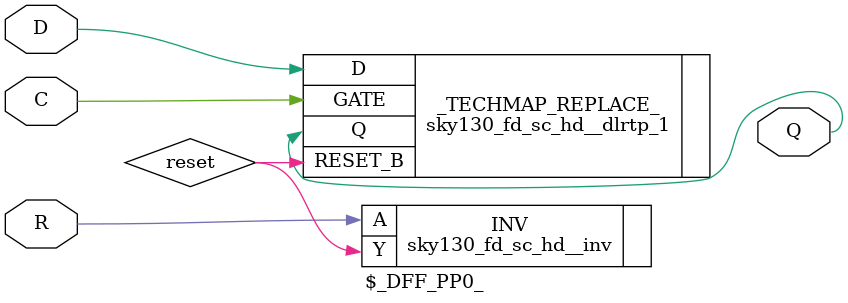
<source format=v>

module \$_DFFE_PP_
(
    input D,
    input C,
    input E,
    output Q
);

    wire enable;
    sky130_fd_sc_hd__and2_1 AND (
        .A(C),
        .B(E),
        .X(enable)
    );

    // dlxtp only has a size of 1
    sky130_fd_sc_hd__dlxtp_1 _TECHMAP_REPLACE_ (
        .GATE(enable),
        .D(D),
        .Q(Q)
    );

endmodule

// From https://github.com/YosysHQ/yosys/blob/main/techlibs/common/simcells.v:
//      "A positive edge D-type flip-flop."
module \$_DFF_P_
(
    input D,
    input C,
    output Q
);
    // dlxtp only has 1 size
    sky130_fd_sc_hd__dlxtp_1 _TECHMAP_REPLACE_
    (
        .D(D),
        .GATE(C),
        .Q(Q)
    );
endmodule

// From https://github.com/YosysHQ/yosys/blob/main/techlibs/common/simcells.v:
//      "A positive edge D-type flip-flop with negative polarity synchronous reset and positive 
//      polarity clock enable (with reset having priority)".
module \$_SDFFE_PN0P_
(
    input D,
    input C,
    input R,
    input E,
    output Q
);

    wire clk_enable;
    sky130_fd_sc_hd__and2_1 AND (
        .A(C),
        .B(E),
        .X(clk_enable)
    );

    wire latch_output;
    sky130_fd_sc_hd__dlxtp_1 _TECHMAP_REPLACE_ (
        .GATE(clk_enable),
        .D(D),
        .Q(latch_output)
    );

    wire inv_reset;
    sky130_fd_sc_hd__inv INV (
        .A(R),
        .Y(inv_reset)
    );

    wire mux_select;
    sky130_fd_sc_hd__and2_1 AND (
        .A(inv_reset),
        .B(C),
        .X(mux_select)
    );

    wire mux_output;
    sky130_fd_sc_hd__mux2_1 MUX
    (
        .A0(latch_output),
        .A1(1'b0),
        .S(mux_select),
        .X(Q)
    );

endmodule

// From https://github.com/YosysHQ/yosys/blob/main/techlibs/common/simcells.v:
//      "A positive edge D-type flip-flop with positive polarity synchronous reset and positive
//      polarity clock enable (with reset having priority)."
module \$_SDFFE_PP0P_
(
    input D,
    input C,
    input R,
    input E,
    output Q
);

    wire clk_enable;
    sky130_fd_sc_hd__and2_1 AND (
        .A(C),
        .B(E),
        .X(clk_enable)
    );

    wire latch_output;
    sky130_fd_sc_hd__dlxtp_1 _TECHMAP_REPLACE_ (
        .GATE(clk_enable),
        .D(D),
        .Q(latch_output)
    );

    wire mux_select;
    sky130_fd_sc_hd__and2_1 AND (
        .A(R),
        .B(C),
        .X(mux_select)
    );

    wire mux_output;
    sky130_fd_sc_hd__mux2_1 MUX
    (
        .A0(latch_output),
        .A1(1'b0),
        .S(mux_select),
        .X(Q)
    );

endmodule

// From https://github.com/YosysHQ/yosys/blob/main/techlibs/common/simcells.v:
//      "A positive edge D-type flip-flop with positive polarity synchronous reset."
module \$_SDFF_PP0_
(
    input D,
    input C,
    input R,
    output Q
);

    wire mux_output;
    sky130_fd_sc_hd__mux2_1 MUX
    (
        .A0(D),
        .A1(1'b0),
        .S(R),
        .X(mux_output)
    );

    wire temp_q;
    sky130_fd_sc_hd__dlxtp_1 _TECHMAP_REPLACE_ (
        .GATE(C),
        .D(mux_output),
        .Q(Q)
    );

endmodule

// From https://github.com/YosysHQ/yosys/blob/main/techlibs/common/simcells.v:
//      "A positive edge D-type flip-flop with positive polarity synchronous set."
module \$_SDFF_PP1_
(
    input D,
    input C,
    input R,
    output Q
);
    wire mux_output;
    sky130_fd_sc_hd__mux2_1 MUX
    (
        .A0(D),
        .A1(1'b1),
        .S(R),
        .X(mux_output)
    );

    wire temp_q;
    sky130_fd_sc_hd__dlxtp_1 _TECHMAP_REPLACE_ (
        .GATE(C),
        .D(mux_output),
        .Q(Q)
    );
endmodule

// From https://github.com/YosysHQ/yosys/blob/main/techlibs/common/simcells.v:
//      "A positive edge D-type flip-flop with positive polarity reset and positive polarity clock
//      enable."
module \$_DFFE_PP0P_
(
    input D,
    input C,
    input R,
    input E,
    output Q
);

    wire enable;
    sky130_fd_sc_hd__and2_1 AND (
        .A(C),
        .B(E),
        .X(enable)
    );

    wire reset;
    sky130_fd_sc_hd__inv INV (
        .A(R),
        .Y(reset)
    );

    sky130_fd_sc_hd__dlrtp_1 _TECHMAP_REPLACE_ (
        .GATE(enable),
        .RESET_B(reset),
        .D(D),
        .Q(Q)
    );
endmodule

// From https://github.com/YosysHQ/yosys/blob/main/techlibs/common/simcells.v:
//      "A positive edge D-type flip-flop with positive polarity reset."
module \$_DFF_PP0_
(
    input D,
    input C,
    input R,
    output Q
);

    wire reset;
    sky130_fd_sc_hd__inv INV (
        .A(R),
        .Y(reset)
    );
    sky130_fd_sc_hd__dlrtp_1 _TECHMAP_REPLACE_ (
        .GATE(C),
        .RESET_B(reset),
        .D(D),
        .Q(Q)
    );

endmodule

</source>
